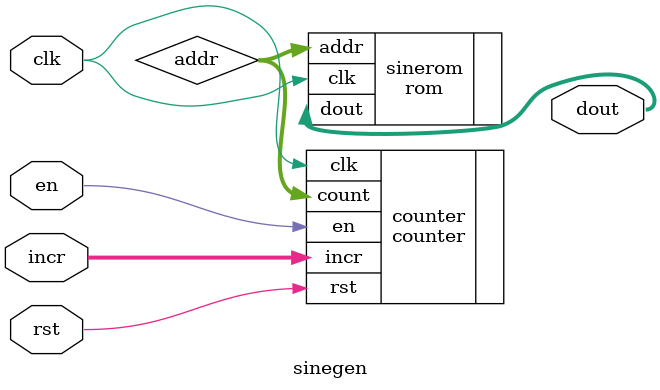
<source format=sv>
module sinegen #(parameter WIDTH = 8
)(
    input wire [WIDTH-1:0] incr,
    input wire clk,
    input wire en,
    input wire rst,
    output wire [WIDTH-1:0] dout
);
wire [WIDTH-1:0] addr;

counter counter (
    .clk (clk),
    .rst (rst),
    .en (en),
    .incr (incr),
    .count (addr)
);

rom sinerom (
    .clk (clk),
    .addr (addr),
    .dout (dout)
);
endmodule

</source>
